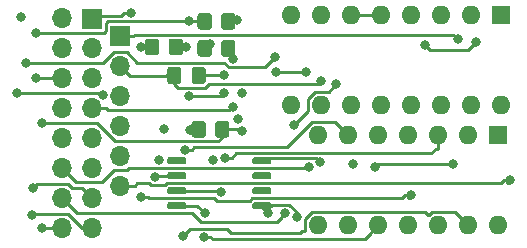
<source format=gbr>
G04 #@! TF.GenerationSoftware,KiCad,Pcbnew,5.1.5+dfsg1-2build2*
G04 #@! TF.CreationDate,2022-11-08T07:38:21+00:00*
G04 #@! TF.ProjectId,link-up-serial,6c696e6b-2d75-4702-9d73-657269616c2e,rev?*
G04 #@! TF.SameCoordinates,Original*
G04 #@! TF.FileFunction,Copper,L1,Top*
G04 #@! TF.FilePolarity,Positive*
%FSLAX46Y46*%
G04 Gerber Fmt 4.6, Leading zero omitted, Abs format (unit mm)*
G04 Created by KiCad (PCBNEW 5.1.5+dfsg1-2build2) date 2022-11-08 07:38:21*
%MOMM*%
%LPD*%
G04 APERTURE LIST*
%ADD10O,1.600000X1.600000*%
%ADD11R,1.600000X1.600000*%
%ADD12C,0.100000*%
%ADD13O,1.700000X1.700000*%
%ADD14R,1.700000X1.700000*%
%ADD15C,0.800000*%
%ADD16C,0.250000*%
G04 APERTURE END LIST*
D10*
X131064000Y-110998000D03*
X113284000Y-103378000D03*
X128524000Y-110998000D03*
X115824000Y-103378000D03*
X125984000Y-110998000D03*
X118364000Y-103378000D03*
X123444000Y-110998000D03*
X120904000Y-103378000D03*
X120904000Y-110998000D03*
X123444000Y-103378000D03*
X118364000Y-110998000D03*
X125984000Y-103378000D03*
X115824000Y-110998000D03*
X128524000Y-103378000D03*
X113284000Y-110998000D03*
D11*
X131064000Y-103378000D03*
G04 #@! TA.AperFunction,SMDPad,CuDef*
D12*
G36*
X111452703Y-115397722D02*
G01*
X111467264Y-115399882D01*
X111481543Y-115403459D01*
X111495403Y-115408418D01*
X111508710Y-115414712D01*
X111521336Y-115422280D01*
X111533159Y-115431048D01*
X111544066Y-115440934D01*
X111553952Y-115451841D01*
X111562720Y-115463664D01*
X111570288Y-115476290D01*
X111576582Y-115489597D01*
X111581541Y-115503457D01*
X111585118Y-115517736D01*
X111587278Y-115532297D01*
X111588000Y-115547000D01*
X111588000Y-115847000D01*
X111587278Y-115861703D01*
X111585118Y-115876264D01*
X111581541Y-115890543D01*
X111576582Y-115904403D01*
X111570288Y-115917710D01*
X111562720Y-115930336D01*
X111553952Y-115942159D01*
X111544066Y-115953066D01*
X111533159Y-115962952D01*
X111521336Y-115971720D01*
X111508710Y-115979288D01*
X111495403Y-115985582D01*
X111481543Y-115990541D01*
X111467264Y-115994118D01*
X111452703Y-115996278D01*
X111438000Y-115997000D01*
X110138000Y-115997000D01*
X110123297Y-115996278D01*
X110108736Y-115994118D01*
X110094457Y-115990541D01*
X110080597Y-115985582D01*
X110067290Y-115979288D01*
X110054664Y-115971720D01*
X110042841Y-115962952D01*
X110031934Y-115953066D01*
X110022048Y-115942159D01*
X110013280Y-115930336D01*
X110005712Y-115917710D01*
X109999418Y-115904403D01*
X109994459Y-115890543D01*
X109990882Y-115876264D01*
X109988722Y-115861703D01*
X109988000Y-115847000D01*
X109988000Y-115547000D01*
X109988722Y-115532297D01*
X109990882Y-115517736D01*
X109994459Y-115503457D01*
X109999418Y-115489597D01*
X110005712Y-115476290D01*
X110013280Y-115463664D01*
X110022048Y-115451841D01*
X110031934Y-115440934D01*
X110042841Y-115431048D01*
X110054664Y-115422280D01*
X110067290Y-115414712D01*
X110080597Y-115408418D01*
X110094457Y-115403459D01*
X110108736Y-115399882D01*
X110123297Y-115397722D01*
X110138000Y-115397000D01*
X111438000Y-115397000D01*
X111452703Y-115397722D01*
G37*
G04 #@! TD.AperFunction*
G04 #@! TA.AperFunction,SMDPad,CuDef*
G36*
X111452703Y-116667722D02*
G01*
X111467264Y-116669882D01*
X111481543Y-116673459D01*
X111495403Y-116678418D01*
X111508710Y-116684712D01*
X111521336Y-116692280D01*
X111533159Y-116701048D01*
X111544066Y-116710934D01*
X111553952Y-116721841D01*
X111562720Y-116733664D01*
X111570288Y-116746290D01*
X111576582Y-116759597D01*
X111581541Y-116773457D01*
X111585118Y-116787736D01*
X111587278Y-116802297D01*
X111588000Y-116817000D01*
X111588000Y-117117000D01*
X111587278Y-117131703D01*
X111585118Y-117146264D01*
X111581541Y-117160543D01*
X111576582Y-117174403D01*
X111570288Y-117187710D01*
X111562720Y-117200336D01*
X111553952Y-117212159D01*
X111544066Y-117223066D01*
X111533159Y-117232952D01*
X111521336Y-117241720D01*
X111508710Y-117249288D01*
X111495403Y-117255582D01*
X111481543Y-117260541D01*
X111467264Y-117264118D01*
X111452703Y-117266278D01*
X111438000Y-117267000D01*
X110138000Y-117267000D01*
X110123297Y-117266278D01*
X110108736Y-117264118D01*
X110094457Y-117260541D01*
X110080597Y-117255582D01*
X110067290Y-117249288D01*
X110054664Y-117241720D01*
X110042841Y-117232952D01*
X110031934Y-117223066D01*
X110022048Y-117212159D01*
X110013280Y-117200336D01*
X110005712Y-117187710D01*
X109999418Y-117174403D01*
X109994459Y-117160543D01*
X109990882Y-117146264D01*
X109988722Y-117131703D01*
X109988000Y-117117000D01*
X109988000Y-116817000D01*
X109988722Y-116802297D01*
X109990882Y-116787736D01*
X109994459Y-116773457D01*
X109999418Y-116759597D01*
X110005712Y-116746290D01*
X110013280Y-116733664D01*
X110022048Y-116721841D01*
X110031934Y-116710934D01*
X110042841Y-116701048D01*
X110054664Y-116692280D01*
X110067290Y-116684712D01*
X110080597Y-116678418D01*
X110094457Y-116673459D01*
X110108736Y-116669882D01*
X110123297Y-116667722D01*
X110138000Y-116667000D01*
X111438000Y-116667000D01*
X111452703Y-116667722D01*
G37*
G04 #@! TD.AperFunction*
G04 #@! TA.AperFunction,SMDPad,CuDef*
G36*
X111452703Y-117937722D02*
G01*
X111467264Y-117939882D01*
X111481543Y-117943459D01*
X111495403Y-117948418D01*
X111508710Y-117954712D01*
X111521336Y-117962280D01*
X111533159Y-117971048D01*
X111544066Y-117980934D01*
X111553952Y-117991841D01*
X111562720Y-118003664D01*
X111570288Y-118016290D01*
X111576582Y-118029597D01*
X111581541Y-118043457D01*
X111585118Y-118057736D01*
X111587278Y-118072297D01*
X111588000Y-118087000D01*
X111588000Y-118387000D01*
X111587278Y-118401703D01*
X111585118Y-118416264D01*
X111581541Y-118430543D01*
X111576582Y-118444403D01*
X111570288Y-118457710D01*
X111562720Y-118470336D01*
X111553952Y-118482159D01*
X111544066Y-118493066D01*
X111533159Y-118502952D01*
X111521336Y-118511720D01*
X111508710Y-118519288D01*
X111495403Y-118525582D01*
X111481543Y-118530541D01*
X111467264Y-118534118D01*
X111452703Y-118536278D01*
X111438000Y-118537000D01*
X110138000Y-118537000D01*
X110123297Y-118536278D01*
X110108736Y-118534118D01*
X110094457Y-118530541D01*
X110080597Y-118525582D01*
X110067290Y-118519288D01*
X110054664Y-118511720D01*
X110042841Y-118502952D01*
X110031934Y-118493066D01*
X110022048Y-118482159D01*
X110013280Y-118470336D01*
X110005712Y-118457710D01*
X109999418Y-118444403D01*
X109994459Y-118430543D01*
X109990882Y-118416264D01*
X109988722Y-118401703D01*
X109988000Y-118387000D01*
X109988000Y-118087000D01*
X109988722Y-118072297D01*
X109990882Y-118057736D01*
X109994459Y-118043457D01*
X109999418Y-118029597D01*
X110005712Y-118016290D01*
X110013280Y-118003664D01*
X110022048Y-117991841D01*
X110031934Y-117980934D01*
X110042841Y-117971048D01*
X110054664Y-117962280D01*
X110067290Y-117954712D01*
X110080597Y-117948418D01*
X110094457Y-117943459D01*
X110108736Y-117939882D01*
X110123297Y-117937722D01*
X110138000Y-117937000D01*
X111438000Y-117937000D01*
X111452703Y-117937722D01*
G37*
G04 #@! TD.AperFunction*
G04 #@! TA.AperFunction,SMDPad,CuDef*
G36*
X111452703Y-119207722D02*
G01*
X111467264Y-119209882D01*
X111481543Y-119213459D01*
X111495403Y-119218418D01*
X111508710Y-119224712D01*
X111521336Y-119232280D01*
X111533159Y-119241048D01*
X111544066Y-119250934D01*
X111553952Y-119261841D01*
X111562720Y-119273664D01*
X111570288Y-119286290D01*
X111576582Y-119299597D01*
X111581541Y-119313457D01*
X111585118Y-119327736D01*
X111587278Y-119342297D01*
X111588000Y-119357000D01*
X111588000Y-119657000D01*
X111587278Y-119671703D01*
X111585118Y-119686264D01*
X111581541Y-119700543D01*
X111576582Y-119714403D01*
X111570288Y-119727710D01*
X111562720Y-119740336D01*
X111553952Y-119752159D01*
X111544066Y-119763066D01*
X111533159Y-119772952D01*
X111521336Y-119781720D01*
X111508710Y-119789288D01*
X111495403Y-119795582D01*
X111481543Y-119800541D01*
X111467264Y-119804118D01*
X111452703Y-119806278D01*
X111438000Y-119807000D01*
X110138000Y-119807000D01*
X110123297Y-119806278D01*
X110108736Y-119804118D01*
X110094457Y-119800541D01*
X110080597Y-119795582D01*
X110067290Y-119789288D01*
X110054664Y-119781720D01*
X110042841Y-119772952D01*
X110031934Y-119763066D01*
X110022048Y-119752159D01*
X110013280Y-119740336D01*
X110005712Y-119727710D01*
X109999418Y-119714403D01*
X109994459Y-119700543D01*
X109990882Y-119686264D01*
X109988722Y-119671703D01*
X109988000Y-119657000D01*
X109988000Y-119357000D01*
X109988722Y-119342297D01*
X109990882Y-119327736D01*
X109994459Y-119313457D01*
X109999418Y-119299597D01*
X110005712Y-119286290D01*
X110013280Y-119273664D01*
X110022048Y-119261841D01*
X110031934Y-119250934D01*
X110042841Y-119241048D01*
X110054664Y-119232280D01*
X110067290Y-119224712D01*
X110080597Y-119218418D01*
X110094457Y-119213459D01*
X110108736Y-119209882D01*
X110123297Y-119207722D01*
X110138000Y-119207000D01*
X111438000Y-119207000D01*
X111452703Y-119207722D01*
G37*
G04 #@! TD.AperFunction*
G04 #@! TA.AperFunction,SMDPad,CuDef*
G36*
X104252703Y-119207722D02*
G01*
X104267264Y-119209882D01*
X104281543Y-119213459D01*
X104295403Y-119218418D01*
X104308710Y-119224712D01*
X104321336Y-119232280D01*
X104333159Y-119241048D01*
X104344066Y-119250934D01*
X104353952Y-119261841D01*
X104362720Y-119273664D01*
X104370288Y-119286290D01*
X104376582Y-119299597D01*
X104381541Y-119313457D01*
X104385118Y-119327736D01*
X104387278Y-119342297D01*
X104388000Y-119357000D01*
X104388000Y-119657000D01*
X104387278Y-119671703D01*
X104385118Y-119686264D01*
X104381541Y-119700543D01*
X104376582Y-119714403D01*
X104370288Y-119727710D01*
X104362720Y-119740336D01*
X104353952Y-119752159D01*
X104344066Y-119763066D01*
X104333159Y-119772952D01*
X104321336Y-119781720D01*
X104308710Y-119789288D01*
X104295403Y-119795582D01*
X104281543Y-119800541D01*
X104267264Y-119804118D01*
X104252703Y-119806278D01*
X104238000Y-119807000D01*
X102938000Y-119807000D01*
X102923297Y-119806278D01*
X102908736Y-119804118D01*
X102894457Y-119800541D01*
X102880597Y-119795582D01*
X102867290Y-119789288D01*
X102854664Y-119781720D01*
X102842841Y-119772952D01*
X102831934Y-119763066D01*
X102822048Y-119752159D01*
X102813280Y-119740336D01*
X102805712Y-119727710D01*
X102799418Y-119714403D01*
X102794459Y-119700543D01*
X102790882Y-119686264D01*
X102788722Y-119671703D01*
X102788000Y-119657000D01*
X102788000Y-119357000D01*
X102788722Y-119342297D01*
X102790882Y-119327736D01*
X102794459Y-119313457D01*
X102799418Y-119299597D01*
X102805712Y-119286290D01*
X102813280Y-119273664D01*
X102822048Y-119261841D01*
X102831934Y-119250934D01*
X102842841Y-119241048D01*
X102854664Y-119232280D01*
X102867290Y-119224712D01*
X102880597Y-119218418D01*
X102894457Y-119213459D01*
X102908736Y-119209882D01*
X102923297Y-119207722D01*
X102938000Y-119207000D01*
X104238000Y-119207000D01*
X104252703Y-119207722D01*
G37*
G04 #@! TD.AperFunction*
G04 #@! TA.AperFunction,SMDPad,CuDef*
G36*
X104252703Y-117937722D02*
G01*
X104267264Y-117939882D01*
X104281543Y-117943459D01*
X104295403Y-117948418D01*
X104308710Y-117954712D01*
X104321336Y-117962280D01*
X104333159Y-117971048D01*
X104344066Y-117980934D01*
X104353952Y-117991841D01*
X104362720Y-118003664D01*
X104370288Y-118016290D01*
X104376582Y-118029597D01*
X104381541Y-118043457D01*
X104385118Y-118057736D01*
X104387278Y-118072297D01*
X104388000Y-118087000D01*
X104388000Y-118387000D01*
X104387278Y-118401703D01*
X104385118Y-118416264D01*
X104381541Y-118430543D01*
X104376582Y-118444403D01*
X104370288Y-118457710D01*
X104362720Y-118470336D01*
X104353952Y-118482159D01*
X104344066Y-118493066D01*
X104333159Y-118502952D01*
X104321336Y-118511720D01*
X104308710Y-118519288D01*
X104295403Y-118525582D01*
X104281543Y-118530541D01*
X104267264Y-118534118D01*
X104252703Y-118536278D01*
X104238000Y-118537000D01*
X102938000Y-118537000D01*
X102923297Y-118536278D01*
X102908736Y-118534118D01*
X102894457Y-118530541D01*
X102880597Y-118525582D01*
X102867290Y-118519288D01*
X102854664Y-118511720D01*
X102842841Y-118502952D01*
X102831934Y-118493066D01*
X102822048Y-118482159D01*
X102813280Y-118470336D01*
X102805712Y-118457710D01*
X102799418Y-118444403D01*
X102794459Y-118430543D01*
X102790882Y-118416264D01*
X102788722Y-118401703D01*
X102788000Y-118387000D01*
X102788000Y-118087000D01*
X102788722Y-118072297D01*
X102790882Y-118057736D01*
X102794459Y-118043457D01*
X102799418Y-118029597D01*
X102805712Y-118016290D01*
X102813280Y-118003664D01*
X102822048Y-117991841D01*
X102831934Y-117980934D01*
X102842841Y-117971048D01*
X102854664Y-117962280D01*
X102867290Y-117954712D01*
X102880597Y-117948418D01*
X102894457Y-117943459D01*
X102908736Y-117939882D01*
X102923297Y-117937722D01*
X102938000Y-117937000D01*
X104238000Y-117937000D01*
X104252703Y-117937722D01*
G37*
G04 #@! TD.AperFunction*
G04 #@! TA.AperFunction,SMDPad,CuDef*
G36*
X104252703Y-116667722D02*
G01*
X104267264Y-116669882D01*
X104281543Y-116673459D01*
X104295403Y-116678418D01*
X104308710Y-116684712D01*
X104321336Y-116692280D01*
X104333159Y-116701048D01*
X104344066Y-116710934D01*
X104353952Y-116721841D01*
X104362720Y-116733664D01*
X104370288Y-116746290D01*
X104376582Y-116759597D01*
X104381541Y-116773457D01*
X104385118Y-116787736D01*
X104387278Y-116802297D01*
X104388000Y-116817000D01*
X104388000Y-117117000D01*
X104387278Y-117131703D01*
X104385118Y-117146264D01*
X104381541Y-117160543D01*
X104376582Y-117174403D01*
X104370288Y-117187710D01*
X104362720Y-117200336D01*
X104353952Y-117212159D01*
X104344066Y-117223066D01*
X104333159Y-117232952D01*
X104321336Y-117241720D01*
X104308710Y-117249288D01*
X104295403Y-117255582D01*
X104281543Y-117260541D01*
X104267264Y-117264118D01*
X104252703Y-117266278D01*
X104238000Y-117267000D01*
X102938000Y-117267000D01*
X102923297Y-117266278D01*
X102908736Y-117264118D01*
X102894457Y-117260541D01*
X102880597Y-117255582D01*
X102867290Y-117249288D01*
X102854664Y-117241720D01*
X102842841Y-117232952D01*
X102831934Y-117223066D01*
X102822048Y-117212159D01*
X102813280Y-117200336D01*
X102805712Y-117187710D01*
X102799418Y-117174403D01*
X102794459Y-117160543D01*
X102790882Y-117146264D01*
X102788722Y-117131703D01*
X102788000Y-117117000D01*
X102788000Y-116817000D01*
X102788722Y-116802297D01*
X102790882Y-116787736D01*
X102794459Y-116773457D01*
X102799418Y-116759597D01*
X102805712Y-116746290D01*
X102813280Y-116733664D01*
X102822048Y-116721841D01*
X102831934Y-116710934D01*
X102842841Y-116701048D01*
X102854664Y-116692280D01*
X102867290Y-116684712D01*
X102880597Y-116678418D01*
X102894457Y-116673459D01*
X102908736Y-116669882D01*
X102923297Y-116667722D01*
X102938000Y-116667000D01*
X104238000Y-116667000D01*
X104252703Y-116667722D01*
G37*
G04 #@! TD.AperFunction*
G04 #@! TA.AperFunction,SMDPad,CuDef*
G36*
X104252703Y-115397722D02*
G01*
X104267264Y-115399882D01*
X104281543Y-115403459D01*
X104295403Y-115408418D01*
X104308710Y-115414712D01*
X104321336Y-115422280D01*
X104333159Y-115431048D01*
X104344066Y-115440934D01*
X104353952Y-115451841D01*
X104362720Y-115463664D01*
X104370288Y-115476290D01*
X104376582Y-115489597D01*
X104381541Y-115503457D01*
X104385118Y-115517736D01*
X104387278Y-115532297D01*
X104388000Y-115547000D01*
X104388000Y-115847000D01*
X104387278Y-115861703D01*
X104385118Y-115876264D01*
X104381541Y-115890543D01*
X104376582Y-115904403D01*
X104370288Y-115917710D01*
X104362720Y-115930336D01*
X104353952Y-115942159D01*
X104344066Y-115953066D01*
X104333159Y-115962952D01*
X104321336Y-115971720D01*
X104308710Y-115979288D01*
X104295403Y-115985582D01*
X104281543Y-115990541D01*
X104267264Y-115994118D01*
X104252703Y-115996278D01*
X104238000Y-115997000D01*
X102938000Y-115997000D01*
X102923297Y-115996278D01*
X102908736Y-115994118D01*
X102894457Y-115990541D01*
X102880597Y-115985582D01*
X102867290Y-115979288D01*
X102854664Y-115971720D01*
X102842841Y-115962952D01*
X102831934Y-115953066D01*
X102822048Y-115942159D01*
X102813280Y-115930336D01*
X102805712Y-115917710D01*
X102799418Y-115904403D01*
X102794459Y-115890543D01*
X102790882Y-115876264D01*
X102788722Y-115861703D01*
X102788000Y-115847000D01*
X102788000Y-115547000D01*
X102788722Y-115532297D01*
X102790882Y-115517736D01*
X102794459Y-115503457D01*
X102799418Y-115489597D01*
X102805712Y-115476290D01*
X102813280Y-115463664D01*
X102822048Y-115451841D01*
X102831934Y-115440934D01*
X102842841Y-115431048D01*
X102854664Y-115422280D01*
X102867290Y-115414712D01*
X102880597Y-115408418D01*
X102894457Y-115403459D01*
X102908736Y-115399882D01*
X102923297Y-115397722D01*
X102938000Y-115397000D01*
X104238000Y-115397000D01*
X104252703Y-115397722D01*
G37*
G04 #@! TD.AperFunction*
D10*
X130810000Y-121158000D03*
X115570000Y-113538000D03*
X128270000Y-121158000D03*
X118110000Y-113538000D03*
X125730000Y-121158000D03*
X120650000Y-113538000D03*
X123190000Y-121158000D03*
X123190000Y-113538000D03*
X120650000Y-121158000D03*
X125730000Y-113538000D03*
X118110000Y-121158000D03*
X128270000Y-113538000D03*
X115570000Y-121158000D03*
D11*
X130810000Y-113538000D03*
G04 #@! TA.AperFunction,SMDPad,CuDef*
D12*
G36*
X101863505Y-105346204D02*
G01*
X101887773Y-105349804D01*
X101911572Y-105355765D01*
X101934671Y-105364030D01*
X101956850Y-105374520D01*
X101977893Y-105387132D01*
X101997599Y-105401747D01*
X102015777Y-105418223D01*
X102032253Y-105436401D01*
X102046868Y-105456107D01*
X102059480Y-105477150D01*
X102069970Y-105499329D01*
X102078235Y-105522428D01*
X102084196Y-105546227D01*
X102087796Y-105570495D01*
X102089000Y-105594999D01*
X102089000Y-106495001D01*
X102087796Y-106519505D01*
X102084196Y-106543773D01*
X102078235Y-106567572D01*
X102069970Y-106590671D01*
X102059480Y-106612850D01*
X102046868Y-106633893D01*
X102032253Y-106653599D01*
X102015777Y-106671777D01*
X101997599Y-106688253D01*
X101977893Y-106702868D01*
X101956850Y-106715480D01*
X101934671Y-106725970D01*
X101911572Y-106734235D01*
X101887773Y-106740196D01*
X101863505Y-106743796D01*
X101839001Y-106745000D01*
X101138999Y-106745000D01*
X101114495Y-106743796D01*
X101090227Y-106740196D01*
X101066428Y-106734235D01*
X101043329Y-106725970D01*
X101021150Y-106715480D01*
X101000107Y-106702868D01*
X100980401Y-106688253D01*
X100962223Y-106671777D01*
X100945747Y-106653599D01*
X100931132Y-106633893D01*
X100918520Y-106612850D01*
X100908030Y-106590671D01*
X100899765Y-106567572D01*
X100893804Y-106543773D01*
X100890204Y-106519505D01*
X100889000Y-106495001D01*
X100889000Y-105594999D01*
X100890204Y-105570495D01*
X100893804Y-105546227D01*
X100899765Y-105522428D01*
X100908030Y-105499329D01*
X100918520Y-105477150D01*
X100931132Y-105456107D01*
X100945747Y-105436401D01*
X100962223Y-105418223D01*
X100980401Y-105401747D01*
X101000107Y-105387132D01*
X101021150Y-105374520D01*
X101043329Y-105364030D01*
X101066428Y-105355765D01*
X101090227Y-105349804D01*
X101114495Y-105346204D01*
X101138999Y-105345000D01*
X101839001Y-105345000D01*
X101863505Y-105346204D01*
G37*
G04 #@! TD.AperFunction*
G04 #@! TA.AperFunction,SMDPad,CuDef*
G36*
X103863505Y-105346204D02*
G01*
X103887773Y-105349804D01*
X103911572Y-105355765D01*
X103934671Y-105364030D01*
X103956850Y-105374520D01*
X103977893Y-105387132D01*
X103997599Y-105401747D01*
X104015777Y-105418223D01*
X104032253Y-105436401D01*
X104046868Y-105456107D01*
X104059480Y-105477150D01*
X104069970Y-105499329D01*
X104078235Y-105522428D01*
X104084196Y-105546227D01*
X104087796Y-105570495D01*
X104089000Y-105594999D01*
X104089000Y-106495001D01*
X104087796Y-106519505D01*
X104084196Y-106543773D01*
X104078235Y-106567572D01*
X104069970Y-106590671D01*
X104059480Y-106612850D01*
X104046868Y-106633893D01*
X104032253Y-106653599D01*
X104015777Y-106671777D01*
X103997599Y-106688253D01*
X103977893Y-106702868D01*
X103956850Y-106715480D01*
X103934671Y-106725970D01*
X103911572Y-106734235D01*
X103887773Y-106740196D01*
X103863505Y-106743796D01*
X103839001Y-106745000D01*
X103138999Y-106745000D01*
X103114495Y-106743796D01*
X103090227Y-106740196D01*
X103066428Y-106734235D01*
X103043329Y-106725970D01*
X103021150Y-106715480D01*
X103000107Y-106702868D01*
X102980401Y-106688253D01*
X102962223Y-106671777D01*
X102945747Y-106653599D01*
X102931132Y-106633893D01*
X102918520Y-106612850D01*
X102908030Y-106590671D01*
X102899765Y-106567572D01*
X102893804Y-106543773D01*
X102890204Y-106519505D01*
X102889000Y-106495001D01*
X102889000Y-105594999D01*
X102890204Y-105570495D01*
X102893804Y-105546227D01*
X102899765Y-105522428D01*
X102908030Y-105499329D01*
X102918520Y-105477150D01*
X102931132Y-105456107D01*
X102945747Y-105436401D01*
X102962223Y-105418223D01*
X102980401Y-105401747D01*
X103000107Y-105387132D01*
X103021150Y-105374520D01*
X103043329Y-105364030D01*
X103066428Y-105355765D01*
X103090227Y-105349804D01*
X103114495Y-105346204D01*
X103138999Y-105345000D01*
X103839001Y-105345000D01*
X103863505Y-105346204D01*
G37*
G04 #@! TD.AperFunction*
G04 #@! TA.AperFunction,SMDPad,CuDef*
G36*
X105800505Y-112331204D02*
G01*
X105824773Y-112334804D01*
X105848572Y-112340765D01*
X105871671Y-112349030D01*
X105893850Y-112359520D01*
X105914893Y-112372132D01*
X105934599Y-112386747D01*
X105952777Y-112403223D01*
X105969253Y-112421401D01*
X105983868Y-112441107D01*
X105996480Y-112462150D01*
X106006970Y-112484329D01*
X106015235Y-112507428D01*
X106021196Y-112531227D01*
X106024796Y-112555495D01*
X106026000Y-112579999D01*
X106026000Y-113480001D01*
X106024796Y-113504505D01*
X106021196Y-113528773D01*
X106015235Y-113552572D01*
X106006970Y-113575671D01*
X105996480Y-113597850D01*
X105983868Y-113618893D01*
X105969253Y-113638599D01*
X105952777Y-113656777D01*
X105934599Y-113673253D01*
X105914893Y-113687868D01*
X105893850Y-113700480D01*
X105871671Y-113710970D01*
X105848572Y-113719235D01*
X105824773Y-113725196D01*
X105800505Y-113728796D01*
X105776001Y-113730000D01*
X105075999Y-113730000D01*
X105051495Y-113728796D01*
X105027227Y-113725196D01*
X105003428Y-113719235D01*
X104980329Y-113710970D01*
X104958150Y-113700480D01*
X104937107Y-113687868D01*
X104917401Y-113673253D01*
X104899223Y-113656777D01*
X104882747Y-113638599D01*
X104868132Y-113618893D01*
X104855520Y-113597850D01*
X104845030Y-113575671D01*
X104836765Y-113552572D01*
X104830804Y-113528773D01*
X104827204Y-113504505D01*
X104826000Y-113480001D01*
X104826000Y-112579999D01*
X104827204Y-112555495D01*
X104830804Y-112531227D01*
X104836765Y-112507428D01*
X104845030Y-112484329D01*
X104855520Y-112462150D01*
X104868132Y-112441107D01*
X104882747Y-112421401D01*
X104899223Y-112403223D01*
X104917401Y-112386747D01*
X104937107Y-112372132D01*
X104958150Y-112359520D01*
X104980329Y-112349030D01*
X105003428Y-112340765D01*
X105027227Y-112334804D01*
X105051495Y-112331204D01*
X105075999Y-112330000D01*
X105776001Y-112330000D01*
X105800505Y-112331204D01*
G37*
G04 #@! TD.AperFunction*
G04 #@! TA.AperFunction,SMDPad,CuDef*
G36*
X107800505Y-112331204D02*
G01*
X107824773Y-112334804D01*
X107848572Y-112340765D01*
X107871671Y-112349030D01*
X107893850Y-112359520D01*
X107914893Y-112372132D01*
X107934599Y-112386747D01*
X107952777Y-112403223D01*
X107969253Y-112421401D01*
X107983868Y-112441107D01*
X107996480Y-112462150D01*
X108006970Y-112484329D01*
X108015235Y-112507428D01*
X108021196Y-112531227D01*
X108024796Y-112555495D01*
X108026000Y-112579999D01*
X108026000Y-113480001D01*
X108024796Y-113504505D01*
X108021196Y-113528773D01*
X108015235Y-113552572D01*
X108006970Y-113575671D01*
X107996480Y-113597850D01*
X107983868Y-113618893D01*
X107969253Y-113638599D01*
X107952777Y-113656777D01*
X107934599Y-113673253D01*
X107914893Y-113687868D01*
X107893850Y-113700480D01*
X107871671Y-113710970D01*
X107848572Y-113719235D01*
X107824773Y-113725196D01*
X107800505Y-113728796D01*
X107776001Y-113730000D01*
X107075999Y-113730000D01*
X107051495Y-113728796D01*
X107027227Y-113725196D01*
X107003428Y-113719235D01*
X106980329Y-113710970D01*
X106958150Y-113700480D01*
X106937107Y-113687868D01*
X106917401Y-113673253D01*
X106899223Y-113656777D01*
X106882747Y-113638599D01*
X106868132Y-113618893D01*
X106855520Y-113597850D01*
X106845030Y-113575671D01*
X106836765Y-113552572D01*
X106830804Y-113528773D01*
X106827204Y-113504505D01*
X106826000Y-113480001D01*
X106826000Y-112579999D01*
X106827204Y-112555495D01*
X106830804Y-112531227D01*
X106836765Y-112507428D01*
X106845030Y-112484329D01*
X106855520Y-112462150D01*
X106868132Y-112441107D01*
X106882747Y-112421401D01*
X106899223Y-112403223D01*
X106917401Y-112386747D01*
X106937107Y-112372132D01*
X106958150Y-112359520D01*
X106980329Y-112349030D01*
X107003428Y-112340765D01*
X107027227Y-112334804D01*
X107051495Y-112331204D01*
X107075999Y-112330000D01*
X107776001Y-112330000D01*
X107800505Y-112331204D01*
G37*
G04 #@! TD.AperFunction*
G04 #@! TA.AperFunction,SMDPad,CuDef*
G36*
X106308505Y-103187204D02*
G01*
X106332773Y-103190804D01*
X106356572Y-103196765D01*
X106379671Y-103205030D01*
X106401850Y-103215520D01*
X106422893Y-103228132D01*
X106442599Y-103242747D01*
X106460777Y-103259223D01*
X106477253Y-103277401D01*
X106491868Y-103297107D01*
X106504480Y-103318150D01*
X106514970Y-103340329D01*
X106523235Y-103363428D01*
X106529196Y-103387227D01*
X106532796Y-103411495D01*
X106534000Y-103435999D01*
X106534000Y-104336001D01*
X106532796Y-104360505D01*
X106529196Y-104384773D01*
X106523235Y-104408572D01*
X106514970Y-104431671D01*
X106504480Y-104453850D01*
X106491868Y-104474893D01*
X106477253Y-104494599D01*
X106460777Y-104512777D01*
X106442599Y-104529253D01*
X106422893Y-104543868D01*
X106401850Y-104556480D01*
X106379671Y-104566970D01*
X106356572Y-104575235D01*
X106332773Y-104581196D01*
X106308505Y-104584796D01*
X106284001Y-104586000D01*
X105583999Y-104586000D01*
X105559495Y-104584796D01*
X105535227Y-104581196D01*
X105511428Y-104575235D01*
X105488329Y-104566970D01*
X105466150Y-104556480D01*
X105445107Y-104543868D01*
X105425401Y-104529253D01*
X105407223Y-104512777D01*
X105390747Y-104494599D01*
X105376132Y-104474893D01*
X105363520Y-104453850D01*
X105353030Y-104431671D01*
X105344765Y-104408572D01*
X105338804Y-104384773D01*
X105335204Y-104360505D01*
X105334000Y-104336001D01*
X105334000Y-103435999D01*
X105335204Y-103411495D01*
X105338804Y-103387227D01*
X105344765Y-103363428D01*
X105353030Y-103340329D01*
X105363520Y-103318150D01*
X105376132Y-103297107D01*
X105390747Y-103277401D01*
X105407223Y-103259223D01*
X105425401Y-103242747D01*
X105445107Y-103228132D01*
X105466150Y-103215520D01*
X105488329Y-103205030D01*
X105511428Y-103196765D01*
X105535227Y-103190804D01*
X105559495Y-103187204D01*
X105583999Y-103186000D01*
X106284001Y-103186000D01*
X106308505Y-103187204D01*
G37*
G04 #@! TD.AperFunction*
G04 #@! TA.AperFunction,SMDPad,CuDef*
G36*
X108308505Y-103187204D02*
G01*
X108332773Y-103190804D01*
X108356572Y-103196765D01*
X108379671Y-103205030D01*
X108401850Y-103215520D01*
X108422893Y-103228132D01*
X108442599Y-103242747D01*
X108460777Y-103259223D01*
X108477253Y-103277401D01*
X108491868Y-103297107D01*
X108504480Y-103318150D01*
X108514970Y-103340329D01*
X108523235Y-103363428D01*
X108529196Y-103387227D01*
X108532796Y-103411495D01*
X108534000Y-103435999D01*
X108534000Y-104336001D01*
X108532796Y-104360505D01*
X108529196Y-104384773D01*
X108523235Y-104408572D01*
X108514970Y-104431671D01*
X108504480Y-104453850D01*
X108491868Y-104474893D01*
X108477253Y-104494599D01*
X108460777Y-104512777D01*
X108442599Y-104529253D01*
X108422893Y-104543868D01*
X108401850Y-104556480D01*
X108379671Y-104566970D01*
X108356572Y-104575235D01*
X108332773Y-104581196D01*
X108308505Y-104584796D01*
X108284001Y-104586000D01*
X107583999Y-104586000D01*
X107559495Y-104584796D01*
X107535227Y-104581196D01*
X107511428Y-104575235D01*
X107488329Y-104566970D01*
X107466150Y-104556480D01*
X107445107Y-104543868D01*
X107425401Y-104529253D01*
X107407223Y-104512777D01*
X107390747Y-104494599D01*
X107376132Y-104474893D01*
X107363520Y-104453850D01*
X107353030Y-104431671D01*
X107344765Y-104408572D01*
X107338804Y-104384773D01*
X107335204Y-104360505D01*
X107334000Y-104336001D01*
X107334000Y-103435999D01*
X107335204Y-103411495D01*
X107338804Y-103387227D01*
X107344765Y-103363428D01*
X107353030Y-103340329D01*
X107363520Y-103318150D01*
X107376132Y-103297107D01*
X107390747Y-103277401D01*
X107407223Y-103259223D01*
X107425401Y-103242747D01*
X107445107Y-103228132D01*
X107466150Y-103215520D01*
X107488329Y-103205030D01*
X107511428Y-103196765D01*
X107535227Y-103190804D01*
X107559495Y-103187204D01*
X107583999Y-103186000D01*
X108284001Y-103186000D01*
X108308505Y-103187204D01*
G37*
G04 #@! TD.AperFunction*
G04 #@! TA.AperFunction,SMDPad,CuDef*
G36*
X106308505Y-105473204D02*
G01*
X106332773Y-105476804D01*
X106356572Y-105482765D01*
X106379671Y-105491030D01*
X106401850Y-105501520D01*
X106422893Y-105514132D01*
X106442599Y-105528747D01*
X106460777Y-105545223D01*
X106477253Y-105563401D01*
X106491868Y-105583107D01*
X106504480Y-105604150D01*
X106514970Y-105626329D01*
X106523235Y-105649428D01*
X106529196Y-105673227D01*
X106532796Y-105697495D01*
X106534000Y-105721999D01*
X106534000Y-106622001D01*
X106532796Y-106646505D01*
X106529196Y-106670773D01*
X106523235Y-106694572D01*
X106514970Y-106717671D01*
X106504480Y-106739850D01*
X106491868Y-106760893D01*
X106477253Y-106780599D01*
X106460777Y-106798777D01*
X106442599Y-106815253D01*
X106422893Y-106829868D01*
X106401850Y-106842480D01*
X106379671Y-106852970D01*
X106356572Y-106861235D01*
X106332773Y-106867196D01*
X106308505Y-106870796D01*
X106284001Y-106872000D01*
X105583999Y-106872000D01*
X105559495Y-106870796D01*
X105535227Y-106867196D01*
X105511428Y-106861235D01*
X105488329Y-106852970D01*
X105466150Y-106842480D01*
X105445107Y-106829868D01*
X105425401Y-106815253D01*
X105407223Y-106798777D01*
X105390747Y-106780599D01*
X105376132Y-106760893D01*
X105363520Y-106739850D01*
X105353030Y-106717671D01*
X105344765Y-106694572D01*
X105338804Y-106670773D01*
X105335204Y-106646505D01*
X105334000Y-106622001D01*
X105334000Y-105721999D01*
X105335204Y-105697495D01*
X105338804Y-105673227D01*
X105344765Y-105649428D01*
X105353030Y-105626329D01*
X105363520Y-105604150D01*
X105376132Y-105583107D01*
X105390747Y-105563401D01*
X105407223Y-105545223D01*
X105425401Y-105528747D01*
X105445107Y-105514132D01*
X105466150Y-105501520D01*
X105488329Y-105491030D01*
X105511428Y-105482765D01*
X105535227Y-105476804D01*
X105559495Y-105473204D01*
X105583999Y-105472000D01*
X106284001Y-105472000D01*
X106308505Y-105473204D01*
G37*
G04 #@! TD.AperFunction*
G04 #@! TA.AperFunction,SMDPad,CuDef*
G36*
X108308505Y-105473204D02*
G01*
X108332773Y-105476804D01*
X108356572Y-105482765D01*
X108379671Y-105491030D01*
X108401850Y-105501520D01*
X108422893Y-105514132D01*
X108442599Y-105528747D01*
X108460777Y-105545223D01*
X108477253Y-105563401D01*
X108491868Y-105583107D01*
X108504480Y-105604150D01*
X108514970Y-105626329D01*
X108523235Y-105649428D01*
X108529196Y-105673227D01*
X108532796Y-105697495D01*
X108534000Y-105721999D01*
X108534000Y-106622001D01*
X108532796Y-106646505D01*
X108529196Y-106670773D01*
X108523235Y-106694572D01*
X108514970Y-106717671D01*
X108504480Y-106739850D01*
X108491868Y-106760893D01*
X108477253Y-106780599D01*
X108460777Y-106798777D01*
X108442599Y-106815253D01*
X108422893Y-106829868D01*
X108401850Y-106842480D01*
X108379671Y-106852970D01*
X108356572Y-106861235D01*
X108332773Y-106867196D01*
X108308505Y-106870796D01*
X108284001Y-106872000D01*
X107583999Y-106872000D01*
X107559495Y-106870796D01*
X107535227Y-106867196D01*
X107511428Y-106861235D01*
X107488329Y-106852970D01*
X107466150Y-106842480D01*
X107445107Y-106829868D01*
X107425401Y-106815253D01*
X107407223Y-106798777D01*
X107390747Y-106780599D01*
X107376132Y-106760893D01*
X107363520Y-106739850D01*
X107353030Y-106717671D01*
X107344765Y-106694572D01*
X107338804Y-106670773D01*
X107335204Y-106646505D01*
X107334000Y-106622001D01*
X107334000Y-105721999D01*
X107335204Y-105697495D01*
X107338804Y-105673227D01*
X107344765Y-105649428D01*
X107353030Y-105626329D01*
X107363520Y-105604150D01*
X107376132Y-105583107D01*
X107390747Y-105563401D01*
X107407223Y-105545223D01*
X107425401Y-105528747D01*
X107445107Y-105514132D01*
X107466150Y-105501520D01*
X107488329Y-105491030D01*
X107511428Y-105482765D01*
X107535227Y-105476804D01*
X107559495Y-105473204D01*
X107583999Y-105472000D01*
X108284001Y-105472000D01*
X108308505Y-105473204D01*
G37*
G04 #@! TD.AperFunction*
D13*
X98806000Y-117856000D03*
X98806000Y-115316000D03*
X98806000Y-112776000D03*
X98806000Y-110236000D03*
X98806000Y-107696000D03*
D14*
X98806000Y-105156000D03*
D13*
X93840000Y-121400000D03*
X96380000Y-121400000D03*
X93840000Y-118860000D03*
X96380000Y-118860000D03*
X93840000Y-116320000D03*
X96380000Y-116320000D03*
X93840000Y-113780000D03*
X96380000Y-113780000D03*
X93840000Y-111240000D03*
X96380000Y-111240000D03*
X93840000Y-108700000D03*
X96380000Y-108700000D03*
X93840000Y-106160000D03*
X96380000Y-106160000D03*
X93840000Y-103620000D03*
D14*
X96380000Y-103700000D03*
G04 #@! TA.AperFunction,SMDPad,CuDef*
D12*
G36*
X105793504Y-107734204D02*
G01*
X105817773Y-107737804D01*
X105841571Y-107743765D01*
X105864671Y-107752030D01*
X105886849Y-107762520D01*
X105907893Y-107775133D01*
X105927598Y-107789747D01*
X105945777Y-107806223D01*
X105962253Y-107824402D01*
X105976867Y-107844107D01*
X105989480Y-107865151D01*
X105999970Y-107887329D01*
X106008235Y-107910429D01*
X106014196Y-107934227D01*
X106017796Y-107958496D01*
X106019000Y-107983000D01*
X106019000Y-108933000D01*
X106017796Y-108957504D01*
X106014196Y-108981773D01*
X106008235Y-109005571D01*
X105999970Y-109028671D01*
X105989480Y-109050849D01*
X105976867Y-109071893D01*
X105962253Y-109091598D01*
X105945777Y-109109777D01*
X105927598Y-109126253D01*
X105907893Y-109140867D01*
X105886849Y-109153480D01*
X105864671Y-109163970D01*
X105841571Y-109172235D01*
X105817773Y-109178196D01*
X105793504Y-109181796D01*
X105769000Y-109183000D01*
X105094000Y-109183000D01*
X105069496Y-109181796D01*
X105045227Y-109178196D01*
X105021429Y-109172235D01*
X104998329Y-109163970D01*
X104976151Y-109153480D01*
X104955107Y-109140867D01*
X104935402Y-109126253D01*
X104917223Y-109109777D01*
X104900747Y-109091598D01*
X104886133Y-109071893D01*
X104873520Y-109050849D01*
X104863030Y-109028671D01*
X104854765Y-109005571D01*
X104848804Y-108981773D01*
X104845204Y-108957504D01*
X104844000Y-108933000D01*
X104844000Y-107983000D01*
X104845204Y-107958496D01*
X104848804Y-107934227D01*
X104854765Y-107910429D01*
X104863030Y-107887329D01*
X104873520Y-107865151D01*
X104886133Y-107844107D01*
X104900747Y-107824402D01*
X104917223Y-107806223D01*
X104935402Y-107789747D01*
X104955107Y-107775133D01*
X104976151Y-107762520D01*
X104998329Y-107752030D01*
X105021429Y-107743765D01*
X105045227Y-107737804D01*
X105069496Y-107734204D01*
X105094000Y-107733000D01*
X105769000Y-107733000D01*
X105793504Y-107734204D01*
G37*
G04 #@! TD.AperFunction*
G04 #@! TA.AperFunction,SMDPad,CuDef*
G36*
X103718504Y-107734204D02*
G01*
X103742773Y-107737804D01*
X103766571Y-107743765D01*
X103789671Y-107752030D01*
X103811849Y-107762520D01*
X103832893Y-107775133D01*
X103852598Y-107789747D01*
X103870777Y-107806223D01*
X103887253Y-107824402D01*
X103901867Y-107844107D01*
X103914480Y-107865151D01*
X103924970Y-107887329D01*
X103933235Y-107910429D01*
X103939196Y-107934227D01*
X103942796Y-107958496D01*
X103944000Y-107983000D01*
X103944000Y-108933000D01*
X103942796Y-108957504D01*
X103939196Y-108981773D01*
X103933235Y-109005571D01*
X103924970Y-109028671D01*
X103914480Y-109050849D01*
X103901867Y-109071893D01*
X103887253Y-109091598D01*
X103870777Y-109109777D01*
X103852598Y-109126253D01*
X103832893Y-109140867D01*
X103811849Y-109153480D01*
X103789671Y-109163970D01*
X103766571Y-109172235D01*
X103742773Y-109178196D01*
X103718504Y-109181796D01*
X103694000Y-109183000D01*
X103019000Y-109183000D01*
X102994496Y-109181796D01*
X102970227Y-109178196D01*
X102946429Y-109172235D01*
X102923329Y-109163970D01*
X102901151Y-109153480D01*
X102880107Y-109140867D01*
X102860402Y-109126253D01*
X102842223Y-109109777D01*
X102825747Y-109091598D01*
X102811133Y-109071893D01*
X102798520Y-109050849D01*
X102788030Y-109028671D01*
X102779765Y-109005571D01*
X102773804Y-108981773D01*
X102770204Y-108957504D01*
X102769000Y-108933000D01*
X102769000Y-107983000D01*
X102770204Y-107958496D01*
X102773804Y-107934227D01*
X102779765Y-107910429D01*
X102788030Y-107887329D01*
X102798520Y-107865151D01*
X102811133Y-107844107D01*
X102825747Y-107824402D01*
X102842223Y-107806223D01*
X102860402Y-107789747D01*
X102880107Y-107775133D01*
X102901151Y-107762520D01*
X102923329Y-107752030D01*
X102946429Y-107743765D01*
X102970227Y-107737804D01*
X102994496Y-107734204D01*
X103019000Y-107733000D01*
X103694000Y-107733000D01*
X103718504Y-107734204D01*
G37*
G04 #@! TD.AperFunction*
D15*
X104695149Y-113109851D03*
X102489000Y-113030000D03*
X107317956Y-118336990D03*
X118491000Y-115951000D03*
X106426000Y-105791000D03*
X102108000Y-115597010D03*
X104394000Y-106045000D03*
X108712000Y-103759000D03*
X99695000Y-103161000D03*
X109093000Y-109982000D03*
X108807846Y-112189693D03*
X115727147Y-115811080D03*
X90424000Y-103505000D03*
X105956500Y-120142000D03*
X101727000Y-117047010D03*
X111290500Y-120142000D03*
X113737526Y-120416721D03*
X113538000Y-112649000D03*
X117094000Y-109220000D03*
X107569000Y-108446180D03*
X106680000Y-115597010D03*
X115824000Y-108900185D03*
X127381000Y-105410000D03*
X92202000Y-121412000D03*
X92202000Y-112522000D03*
X109093000Y-113157000D03*
X91313000Y-120269000D03*
X90080000Y-109982000D03*
X97358703Y-110147475D03*
X112776000Y-120142000D03*
X91440000Y-117983000D03*
X90805000Y-107442000D03*
X111887000Y-106934000D03*
X114808000Y-116205000D03*
X114554000Y-108204000D03*
X112014000Y-108204000D03*
X108331000Y-111125000D03*
X108331000Y-107061000D03*
X91694000Y-108712000D03*
X91694000Y-104902000D03*
X104648000Y-103886000D03*
X131826000Y-117348000D03*
X100584000Y-118745000D03*
X123444000Y-118618000D03*
X104140000Y-122047000D03*
X105918000Y-122175000D03*
X127000000Y-115951000D03*
X120396000Y-116205000D03*
X100584000Y-106045000D03*
X104267000Y-114780010D03*
X124587000Y-105918000D03*
X128905000Y-105664000D03*
X104648000Y-110233010D03*
X107606000Y-109982000D03*
X107696000Y-115443000D03*
D16*
X118364000Y-103378000D02*
X120904000Y-103378000D01*
X104775000Y-113030000D02*
X104695149Y-113109851D01*
X105426000Y-113030000D02*
X104775000Y-113030000D01*
X107217966Y-118237000D02*
X107317956Y-118336990D01*
X103588000Y-118237000D02*
X107217966Y-118237000D01*
X106045000Y-106172000D02*
X106426000Y-105791000D01*
X105934000Y-106172000D02*
X106045000Y-106172000D01*
X103489000Y-106045000D02*
X104394000Y-106045000D01*
X108585000Y-103886000D02*
X108712000Y-103759000D01*
X107934000Y-103886000D02*
X108585000Y-103886000D01*
X110788000Y-115697000D02*
X111252000Y-115697000D01*
X115396066Y-115479999D02*
X115727147Y-115811080D01*
X111469001Y-115479999D02*
X115396066Y-115479999D01*
X111252000Y-115697000D02*
X111469001Y-115479999D01*
X96644010Y-103435990D02*
X96380000Y-103700000D01*
X98854325Y-103435990D02*
X96644010Y-103435990D01*
X99129315Y-103161000D02*
X98854325Y-103435990D01*
X99695000Y-103161000D02*
X99129315Y-103161000D01*
X105321500Y-119507000D02*
X105956500Y-120142000D01*
X103588000Y-119507000D02*
X105321500Y-119507000D01*
X101807010Y-116967000D02*
X101727000Y-117047010D01*
X103588000Y-116967000D02*
X101807010Y-116967000D01*
X110788000Y-119639500D02*
X111290500Y-120142000D01*
X110788000Y-119507000D02*
X110788000Y-119639500D01*
X113737526Y-120030524D02*
X113737526Y-120416721D01*
X113124001Y-119416999D02*
X113737526Y-120030524D01*
X111678001Y-119416999D02*
X113124001Y-119416999D01*
X111588000Y-119507000D02*
X111678001Y-119416999D01*
X110788000Y-119507000D02*
X111588000Y-119507000D01*
X116441001Y-109872999D02*
X117094000Y-109220000D01*
X115283999Y-109872999D02*
X116441001Y-109872999D01*
X114698999Y-110457999D02*
X115283999Y-109872999D01*
X114698999Y-111488001D02*
X114698999Y-110457999D01*
X113538000Y-112649000D02*
X114698999Y-111488001D01*
X107557180Y-108458000D02*
X107569000Y-108446180D01*
X105431500Y-108458000D02*
X107557180Y-108458000D01*
X99655999Y-108545999D02*
X98806000Y-107696000D01*
X102681001Y-108545999D02*
X99655999Y-108545999D01*
X102769000Y-108458000D02*
X102681001Y-108545999D01*
X103356500Y-108458000D02*
X102769000Y-108458000D01*
X106344010Y-109171180D02*
X115553005Y-109171180D01*
X106007180Y-109508010D02*
X106344010Y-109171180D01*
X115553005Y-109171180D02*
X115824000Y-108900185D01*
X103681510Y-109508010D02*
X106007180Y-109508010D01*
X103356500Y-109183000D02*
X103681510Y-109508010D01*
X103356500Y-108458000D02*
X103356500Y-109183000D01*
X126990990Y-105019990D02*
X127381000Y-105410000D01*
X100042010Y-105019990D02*
X126990990Y-105019990D01*
X99906000Y-105156000D02*
X100042010Y-105019990D01*
X98806000Y-105156000D02*
X99906000Y-105156000D01*
X92214000Y-121400000D02*
X92202000Y-121412000D01*
X93840000Y-121400000D02*
X92214000Y-121400000D01*
X107426000Y-113730000D02*
X107426000Y-113030000D01*
X107100990Y-114055010D02*
X107426000Y-113730000D01*
X98346008Y-114055010D02*
X107100990Y-114055010D01*
X96812998Y-112522000D02*
X98346008Y-114055010D01*
X92202000Y-112522000D02*
X96812998Y-112522000D01*
X108966000Y-113030000D02*
X109093000Y-113157000D01*
X107426000Y-113030000D02*
X108966000Y-113030000D01*
X91357001Y-120224999D02*
X91313000Y-120269000D01*
X94404001Y-120224999D02*
X91357001Y-120224999D01*
X95579002Y-121400000D02*
X94404001Y-120224999D01*
X96380000Y-121400000D02*
X95579002Y-121400000D01*
X97193228Y-109982000D02*
X97358703Y-110147475D01*
X90080000Y-109982000D02*
X97193228Y-109982000D01*
X93840000Y-118860000D02*
X95122000Y-120142000D01*
X112376001Y-120541999D02*
X112776000Y-120142000D01*
X112050999Y-120867001D02*
X112376001Y-120541999D01*
X105608499Y-120867001D02*
X112050999Y-120867001D01*
X104883498Y-120142000D02*
X105608499Y-120867001D01*
X95122000Y-120142000D02*
X104883498Y-120142000D01*
X91738001Y-117684999D02*
X91440000Y-117983000D01*
X94404001Y-117684999D02*
X91738001Y-117684999D01*
X94729003Y-118010001D02*
X94404001Y-117684999D01*
X95530001Y-118010001D02*
X94729003Y-118010001D01*
X96380000Y-118860000D02*
X95530001Y-118010001D01*
X111034999Y-107786001D02*
X111887000Y-106934000D01*
X107982999Y-107786001D02*
X111034999Y-107786001D01*
X100256992Y-107407990D02*
X107604988Y-107407990D01*
X99370001Y-106520999D02*
X100256992Y-107407990D01*
X98241999Y-106520999D02*
X99370001Y-106520999D01*
X97320998Y-107442000D02*
X98241999Y-106520999D01*
X107604988Y-107407990D02*
X107982999Y-107786001D01*
X90805000Y-107442000D02*
X97320998Y-107442000D01*
X114690990Y-116322010D02*
X114808000Y-116205000D01*
X99370001Y-116491001D02*
X99538992Y-116322010D01*
X98241999Y-116491001D02*
X99370001Y-116491001D01*
X97237999Y-117495001D02*
X98241999Y-116491001D01*
X95015001Y-117495001D02*
X97237999Y-117495001D01*
X99538992Y-116322010D02*
X114690990Y-116322010D01*
X93840000Y-116320000D02*
X95015001Y-117495001D01*
X114554000Y-108204000D02*
X112014000Y-108204000D01*
X108044999Y-111411001D02*
X108331000Y-111125000D01*
X97753082Y-111411001D02*
X108044999Y-111411001D01*
X97582081Y-111240000D02*
X97753082Y-111411001D01*
X96380000Y-111240000D02*
X97582081Y-111240000D01*
X108331000Y-106569000D02*
X107934000Y-106172000D01*
X108331000Y-107061000D02*
X108331000Y-106569000D01*
X91706000Y-108700000D02*
X91694000Y-108712000D01*
X93840000Y-108700000D02*
X91706000Y-108700000D01*
X105334000Y-103886000D02*
X105934000Y-103886000D01*
X97630999Y-104045999D02*
X97790998Y-103886000D01*
X97630999Y-104734003D02*
X97630999Y-104045999D01*
X97463002Y-104902000D02*
X97630999Y-104734003D01*
X91694000Y-104902000D02*
X97463002Y-104902000D01*
X104648000Y-103886000D02*
X105334000Y-103886000D01*
X97790998Y-103886000D02*
X104648000Y-103886000D01*
X131562010Y-117611990D02*
X131826000Y-117348000D01*
X100008081Y-117856000D02*
X100252091Y-117611990D01*
X98806000Y-117856000D02*
X100008081Y-117856000D01*
X131016305Y-117592010D02*
X131260315Y-117348000D01*
X102761222Y-117592010D02*
X131016305Y-117592010D01*
X102581221Y-117772011D02*
X102761222Y-117592010D01*
X101378999Y-117772011D02*
X102581221Y-117772011D01*
X101218978Y-117611990D02*
X101378999Y-117772011D01*
X131260315Y-117348000D02*
X131826000Y-117348000D01*
X100252091Y-117611990D02*
X101218978Y-117611990D01*
X123199990Y-118862010D02*
X123444000Y-118618000D01*
X101149685Y-118745000D02*
X101266695Y-118862010D01*
X100584000Y-118745000D02*
X101149685Y-118745000D01*
X122878315Y-118618000D02*
X123444000Y-118618000D01*
X122614325Y-118881990D02*
X122878315Y-118618000D01*
X109941242Y-118881990D02*
X122614325Y-118881990D01*
X109761241Y-119061991D02*
X109941242Y-118881990D01*
X106969955Y-119061991D02*
X109761241Y-119061991D01*
X106769974Y-118862010D02*
X106969955Y-119061991D01*
X101266695Y-118862010D02*
X106769974Y-118862010D01*
X127470001Y-120358001D02*
X128270000Y-121158000D01*
X125189999Y-120032999D02*
X127144999Y-120032999D01*
X104140000Y-122047000D02*
X104737001Y-121449999D01*
X107860999Y-121449999D02*
X108204000Y-121793000D01*
X127144999Y-120032999D02*
X127470001Y-120358001D01*
X108204000Y-121793000D02*
X114046000Y-121793000D01*
X104737001Y-121449999D02*
X107860999Y-121449999D01*
X114046000Y-121793000D02*
X114173000Y-121666000D01*
X124604999Y-120032999D02*
X124841000Y-120269000D01*
X114427000Y-121666000D02*
X114444999Y-121648001D01*
X114444999Y-120617999D02*
X115029999Y-120032999D01*
X114173000Y-121666000D02*
X114427000Y-121666000D01*
X115029999Y-120032999D02*
X124604999Y-120032999D01*
X124841000Y-120269000D02*
X124953998Y-120269000D01*
X114444999Y-121648001D02*
X114444999Y-120617999D01*
X124953998Y-120269000D02*
X125189999Y-120032999D01*
X119850001Y-121957999D02*
X120650000Y-121158000D01*
X119524999Y-122283001D02*
X119850001Y-121957999D01*
X106591686Y-122283001D02*
X119524999Y-122283001D01*
X106483685Y-122175000D02*
X106591686Y-122283001D01*
X105918000Y-122175000D02*
X106483685Y-122175000D01*
X120650000Y-115951000D02*
X120396000Y-116205000D01*
X127000000Y-115951000D02*
X120650000Y-115951000D01*
X101489000Y-106045000D02*
X100584000Y-106045000D01*
X116984999Y-112412999D02*
X117310001Y-112738001D01*
X115029999Y-112412999D02*
X116984999Y-112412999D01*
X117310001Y-112738001D02*
X118110000Y-113538000D01*
X112888998Y-114554000D02*
X115029999Y-112412999D01*
X105058695Y-114554000D02*
X112888998Y-114554000D01*
X104832685Y-114780010D02*
X105058695Y-114554000D01*
X104267000Y-114780010D02*
X104832685Y-114780010D01*
X128251001Y-106317999D02*
X128905000Y-105664000D01*
X124986999Y-106317999D02*
X128251001Y-106317999D01*
X124587000Y-105918000D02*
X124986999Y-106317999D01*
X107354990Y-110233010D02*
X107606000Y-109982000D01*
X104648000Y-110233010D02*
X107354990Y-110233010D01*
X108261685Y-115443000D02*
X108632695Y-115071990D01*
X107696000Y-115443000D02*
X108261685Y-115443000D01*
X125104990Y-115071990D02*
X125495980Y-114681000D01*
X125730000Y-114669370D02*
X125730000Y-113538000D01*
X125718370Y-114681000D02*
X125730000Y-114669370D01*
X125495980Y-114681000D02*
X125718370Y-114681000D01*
X125037010Y-115004010D02*
X125104990Y-115071990D01*
X111308580Y-115004010D02*
X125037010Y-115004010D01*
X111240600Y-115071990D02*
X111308580Y-115004010D01*
X108632695Y-115071990D02*
X111240600Y-115071990D01*
M02*

</source>
